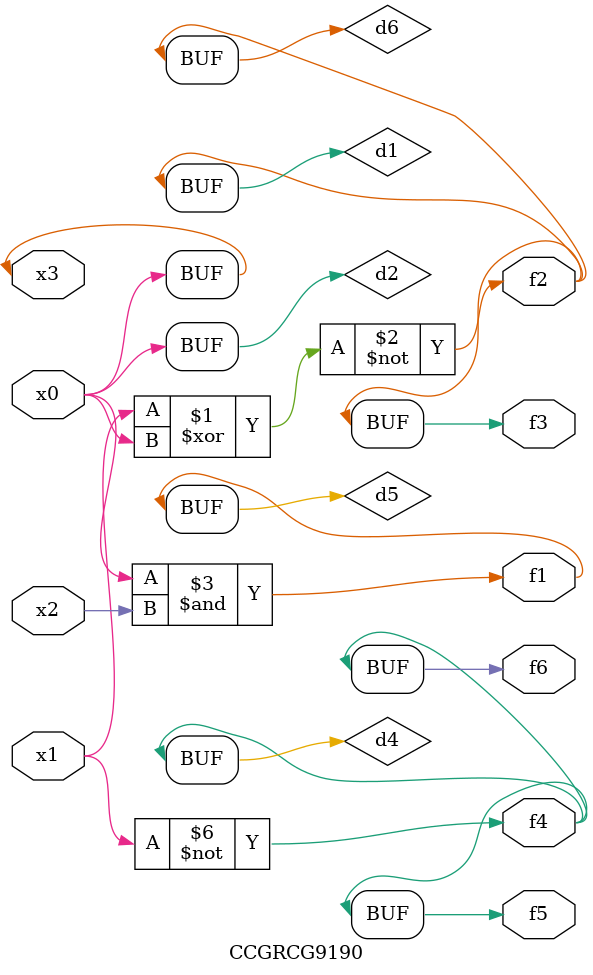
<source format=v>
module CCGRCG9190(
	input x0, x1, x2, x3,
	output f1, f2, f3, f4, f5, f6
);

	wire d1, d2, d3, d4, d5, d6;

	xnor (d1, x1, x3);
	buf (d2, x0, x3);
	nand (d3, x0, x2);
	not (d4, x1);
	nand (d5, d3);
	or (d6, d1);
	assign f1 = d5;
	assign f2 = d6;
	assign f3 = d6;
	assign f4 = d4;
	assign f5 = d4;
	assign f6 = d4;
endmodule

</source>
